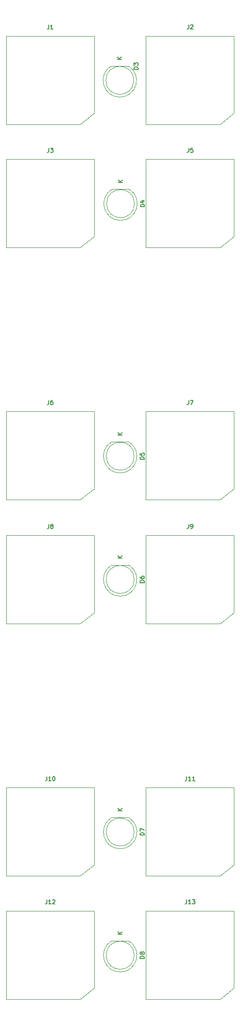
<source format=gbr>
%TF.GenerationSoftware,KiCad,Pcbnew,(5.1.9)-1*%
%TF.CreationDate,2021-09-13T19:49:27+01:00*%
%TF.ProjectId,KOSMO Mult,4b4f534d-4f20-44d7-956c-742e6b696361,rev?*%
%TF.SameCoordinates,Original*%
%TF.FileFunction,Legend,Top*%
%TF.FilePolarity,Positive*%
%FSLAX46Y46*%
G04 Gerber Fmt 4.6, Leading zero omitted, Abs format (unit mm)*
G04 Created by KiCad (PCBNEW (5.1.9)-1) date 2021-09-13 19:49:27*
%MOMM*%
%LPD*%
G01*
G04 APERTURE LIST*
%ADD10C,0.120000*%
%ADD11C,0.150000*%
G04 APERTURE END LIST*
D10*
%TO.C,D3*%
X40640462Y-28771000D02*
G75*
G02*
X39095170Y-23221000I-462J2990000D01*
G01*
X40639538Y-28771000D02*
G75*
G03*
X42184830Y-23221000I462J2990000D01*
G01*
X42185000Y-23221000D02*
X39095000Y-23221000D01*
X43140000Y-25781000D02*
G75*
G03*
X43140000Y-25781000I-2500000J0D01*
G01*
%TO.C,D4*%
X43267000Y-47752000D02*
G75*
G03*
X43267000Y-47752000I-2500000J0D01*
G01*
X42312000Y-45192000D02*
X39222000Y-45192000D01*
X40766538Y-50742000D02*
G75*
G03*
X42311830Y-45192000I462J2990000D01*
G01*
X40767462Y-50742000D02*
G75*
G02*
X39222170Y-45192000I-462J2990000D01*
G01*
%TO.C,D5*%
X43203500Y-92773500D02*
G75*
G03*
X43203500Y-92773500I-2500000J0D01*
G01*
X42248500Y-90213500D02*
X39158500Y-90213500D01*
X40703038Y-95763500D02*
G75*
G03*
X42248330Y-90213500I462J2990000D01*
G01*
X40703962Y-95763500D02*
G75*
G02*
X39158670Y-90213500I-462J2990000D01*
G01*
%TO.C,D6*%
X43203500Y-114744500D02*
G75*
G03*
X43203500Y-114744500I-2500000J0D01*
G01*
X42248500Y-112184500D02*
X39158500Y-112184500D01*
X40703038Y-117734500D02*
G75*
G03*
X42248330Y-112184500I462J2990000D01*
G01*
X40703962Y-117734500D02*
G75*
G02*
X39158670Y-112184500I-462J2990000D01*
G01*
%TO.C,D7*%
X40703962Y-162756000D02*
G75*
G02*
X39158670Y-157206000I-462J2990000D01*
G01*
X40703038Y-162756000D02*
G75*
G03*
X42248330Y-157206000I462J2990000D01*
G01*
X42248500Y-157206000D02*
X39158500Y-157206000D01*
X43203500Y-159766000D02*
G75*
G03*
X43203500Y-159766000I-2500000J0D01*
G01*
%TO.C,D8*%
X40703962Y-184727000D02*
G75*
G02*
X39158670Y-179177000I-462J2990000D01*
G01*
X40703038Y-184727000D02*
G75*
G03*
X42248330Y-179177000I462J2990000D01*
G01*
X42248500Y-179177000D02*
X39158500Y-179177000D01*
X43203500Y-181737000D02*
G75*
G03*
X43203500Y-181737000I-2500000J0D01*
G01*
%TO.C,J1*%
X36044000Y-31631000D02*
X33544000Y-33631000D01*
X20294000Y-33631000D02*
X20294000Y-17881000D01*
X20294000Y-17881000D02*
X36044000Y-17881000D01*
X36044000Y-31581000D02*
X36044000Y-31631000D01*
X36044000Y-17881000D02*
X36044000Y-31581000D01*
X33544000Y-33631000D02*
X20294000Y-33631000D01*
%TO.C,J2*%
X58563000Y-33631000D02*
X45313000Y-33631000D01*
X61063000Y-17881000D02*
X61063000Y-31581000D01*
X61063000Y-31581000D02*
X61063000Y-31631000D01*
X45313000Y-17881000D02*
X61063000Y-17881000D01*
X45313000Y-33631000D02*
X45313000Y-17881000D01*
X61063000Y-31631000D02*
X58563000Y-33631000D01*
%TO.C,J3*%
X36044000Y-53602000D02*
X33544000Y-55602000D01*
X20294000Y-55602000D02*
X20294000Y-39852000D01*
X20294000Y-39852000D02*
X36044000Y-39852000D01*
X36044000Y-53552000D02*
X36044000Y-53602000D01*
X36044000Y-39852000D02*
X36044000Y-53552000D01*
X33544000Y-55602000D02*
X20294000Y-55602000D01*
%TO.C,J5*%
X58563000Y-55602000D02*
X45313000Y-55602000D01*
X61063000Y-39852000D02*
X61063000Y-53552000D01*
X61063000Y-53552000D02*
X61063000Y-53602000D01*
X45313000Y-39852000D02*
X61063000Y-39852000D01*
X45313000Y-55602000D02*
X45313000Y-39852000D01*
X61063000Y-53602000D02*
X58563000Y-55602000D01*
%TO.C,J6*%
X33544000Y-100560000D02*
X20294000Y-100560000D01*
X36044000Y-84810000D02*
X36044000Y-98510000D01*
X36044000Y-98510000D02*
X36044000Y-98560000D01*
X20294000Y-84810000D02*
X36044000Y-84810000D01*
X20294000Y-100560000D02*
X20294000Y-84810000D01*
X36044000Y-98560000D02*
X33544000Y-100560000D01*
%TO.C,J7*%
X61063000Y-98560000D02*
X58563000Y-100560000D01*
X45313000Y-100560000D02*
X45313000Y-84810000D01*
X45313000Y-84810000D02*
X61063000Y-84810000D01*
X61063000Y-98510000D02*
X61063000Y-98560000D01*
X61063000Y-84810000D02*
X61063000Y-98510000D01*
X58563000Y-100560000D02*
X45313000Y-100560000D01*
%TO.C,J8*%
X33544000Y-122658000D02*
X20294000Y-122658000D01*
X36044000Y-106908000D02*
X36044000Y-120608000D01*
X36044000Y-120608000D02*
X36044000Y-120658000D01*
X20294000Y-106908000D02*
X36044000Y-106908000D01*
X20294000Y-122658000D02*
X20294000Y-106908000D01*
X36044000Y-120658000D02*
X33544000Y-122658000D01*
%TO.C,J9*%
X61063000Y-120658000D02*
X58563000Y-122658000D01*
X45313000Y-122658000D02*
X45313000Y-106908000D01*
X45313000Y-106908000D02*
X61063000Y-106908000D01*
X61063000Y-120608000D02*
X61063000Y-120658000D01*
X61063000Y-106908000D02*
X61063000Y-120608000D01*
X58563000Y-122658000D02*
X45313000Y-122658000D01*
%TO.C,J10*%
X36044000Y-165616000D02*
X33544000Y-167616000D01*
X20294000Y-167616000D02*
X20294000Y-151866000D01*
X20294000Y-151866000D02*
X36044000Y-151866000D01*
X36044000Y-165566000D02*
X36044000Y-165616000D01*
X36044000Y-151866000D02*
X36044000Y-165566000D01*
X33544000Y-167616000D02*
X20294000Y-167616000D01*
%TO.C,J11*%
X58563000Y-167616000D02*
X45313000Y-167616000D01*
X61063000Y-151866000D02*
X61063000Y-165566000D01*
X61063000Y-165566000D02*
X61063000Y-165616000D01*
X45313000Y-151866000D02*
X61063000Y-151866000D01*
X45313000Y-167616000D02*
X45313000Y-151866000D01*
X61063000Y-165616000D02*
X58563000Y-167616000D01*
%TO.C,J12*%
X36044000Y-187587000D02*
X33544000Y-189587000D01*
X20294000Y-189587000D02*
X20294000Y-173837000D01*
X20294000Y-173837000D02*
X36044000Y-173837000D01*
X36044000Y-187537000D02*
X36044000Y-187587000D01*
X36044000Y-173837000D02*
X36044000Y-187537000D01*
X33544000Y-189587000D02*
X20294000Y-189587000D01*
%TO.C,J13*%
X58563000Y-189587000D02*
X45313000Y-189587000D01*
X61063000Y-173837000D02*
X61063000Y-187537000D01*
X61063000Y-187537000D02*
X61063000Y-187587000D01*
X45313000Y-173837000D02*
X61063000Y-173837000D01*
X45313000Y-189587000D02*
X45313000Y-173837000D01*
X61063000Y-187587000D02*
X58563000Y-189587000D01*
%TO.C,D3*%
D11*
X43900285Y-23794571D02*
X43150285Y-23794571D01*
X43150285Y-23616000D01*
X43186000Y-23508857D01*
X43257428Y-23437428D01*
X43328857Y-23401714D01*
X43471714Y-23366000D01*
X43578857Y-23366000D01*
X43721714Y-23401714D01*
X43793142Y-23437428D01*
X43864571Y-23508857D01*
X43900285Y-23616000D01*
X43900285Y-23794571D01*
X43150285Y-23116000D02*
X43150285Y-22651714D01*
X43436000Y-22901714D01*
X43436000Y-22794571D01*
X43471714Y-22723142D01*
X43507428Y-22687428D01*
X43578857Y-22651714D01*
X43757428Y-22651714D01*
X43828857Y-22687428D01*
X43864571Y-22723142D01*
X43900285Y-22794571D01*
X43900285Y-23008857D01*
X43864571Y-23080285D01*
X43828857Y-23116000D01*
X40979285Y-22007428D02*
X40229285Y-22007428D01*
X40979285Y-21578857D02*
X40550714Y-21900285D01*
X40229285Y-21578857D02*
X40657857Y-22007428D01*
%TO.C,D4*%
X45066285Y-48305571D02*
X44316285Y-48305571D01*
X44316285Y-48127000D01*
X44352000Y-48019857D01*
X44423428Y-47948428D01*
X44494857Y-47912714D01*
X44637714Y-47877000D01*
X44744857Y-47877000D01*
X44887714Y-47912714D01*
X44959142Y-47948428D01*
X45030571Y-48019857D01*
X45066285Y-48127000D01*
X45066285Y-48305571D01*
X44566285Y-47234142D02*
X45066285Y-47234142D01*
X44280571Y-47412714D02*
X44816285Y-47591285D01*
X44816285Y-47127000D01*
X41106285Y-43978428D02*
X40356285Y-43978428D01*
X41106285Y-43549857D02*
X40677714Y-43871285D01*
X40356285Y-43549857D02*
X40784857Y-43978428D01*
%TO.C,D5*%
X45002785Y-93327071D02*
X44252785Y-93327071D01*
X44252785Y-93148500D01*
X44288500Y-93041357D01*
X44359928Y-92969928D01*
X44431357Y-92934214D01*
X44574214Y-92898500D01*
X44681357Y-92898500D01*
X44824214Y-92934214D01*
X44895642Y-92969928D01*
X44967071Y-93041357D01*
X45002785Y-93148500D01*
X45002785Y-93327071D01*
X44252785Y-92219928D02*
X44252785Y-92577071D01*
X44609928Y-92612785D01*
X44574214Y-92577071D01*
X44538500Y-92505642D01*
X44538500Y-92327071D01*
X44574214Y-92255642D01*
X44609928Y-92219928D01*
X44681357Y-92184214D01*
X44859928Y-92184214D01*
X44931357Y-92219928D01*
X44967071Y-92255642D01*
X45002785Y-92327071D01*
X45002785Y-92505642D01*
X44967071Y-92577071D01*
X44931357Y-92612785D01*
X41042785Y-88999928D02*
X40292785Y-88999928D01*
X41042785Y-88571357D02*
X40614214Y-88892785D01*
X40292785Y-88571357D02*
X40721357Y-88999928D01*
%TO.C,D6*%
X45002785Y-115298071D02*
X44252785Y-115298071D01*
X44252785Y-115119500D01*
X44288500Y-115012357D01*
X44359928Y-114940928D01*
X44431357Y-114905214D01*
X44574214Y-114869500D01*
X44681357Y-114869500D01*
X44824214Y-114905214D01*
X44895642Y-114940928D01*
X44967071Y-115012357D01*
X45002785Y-115119500D01*
X45002785Y-115298071D01*
X44252785Y-114226642D02*
X44252785Y-114369500D01*
X44288500Y-114440928D01*
X44324214Y-114476642D01*
X44431357Y-114548071D01*
X44574214Y-114583785D01*
X44859928Y-114583785D01*
X44931357Y-114548071D01*
X44967071Y-114512357D01*
X45002785Y-114440928D01*
X45002785Y-114298071D01*
X44967071Y-114226642D01*
X44931357Y-114190928D01*
X44859928Y-114155214D01*
X44681357Y-114155214D01*
X44609928Y-114190928D01*
X44574214Y-114226642D01*
X44538500Y-114298071D01*
X44538500Y-114440928D01*
X44574214Y-114512357D01*
X44609928Y-114548071D01*
X44681357Y-114583785D01*
X41042785Y-110970928D02*
X40292785Y-110970928D01*
X41042785Y-110542357D02*
X40614214Y-110863785D01*
X40292785Y-110542357D02*
X40721357Y-110970928D01*
%TO.C,D7*%
X45002785Y-160319571D02*
X44252785Y-160319571D01*
X44252785Y-160141000D01*
X44288500Y-160033857D01*
X44359928Y-159962428D01*
X44431357Y-159926714D01*
X44574214Y-159891000D01*
X44681357Y-159891000D01*
X44824214Y-159926714D01*
X44895642Y-159962428D01*
X44967071Y-160033857D01*
X45002785Y-160141000D01*
X45002785Y-160319571D01*
X44252785Y-159641000D02*
X44252785Y-159141000D01*
X45002785Y-159462428D01*
X41042785Y-155992428D02*
X40292785Y-155992428D01*
X41042785Y-155563857D02*
X40614214Y-155885285D01*
X40292785Y-155563857D02*
X40721357Y-155992428D01*
%TO.C,D8*%
X45002785Y-182290571D02*
X44252785Y-182290571D01*
X44252785Y-182112000D01*
X44288500Y-182004857D01*
X44359928Y-181933428D01*
X44431357Y-181897714D01*
X44574214Y-181862000D01*
X44681357Y-181862000D01*
X44824214Y-181897714D01*
X44895642Y-181933428D01*
X44967071Y-182004857D01*
X45002785Y-182112000D01*
X45002785Y-182290571D01*
X44574214Y-181433428D02*
X44538500Y-181504857D01*
X44502785Y-181540571D01*
X44431357Y-181576285D01*
X44395642Y-181576285D01*
X44324214Y-181540571D01*
X44288500Y-181504857D01*
X44252785Y-181433428D01*
X44252785Y-181290571D01*
X44288500Y-181219142D01*
X44324214Y-181183428D01*
X44395642Y-181147714D01*
X44431357Y-181147714D01*
X44502785Y-181183428D01*
X44538500Y-181219142D01*
X44574214Y-181290571D01*
X44574214Y-181433428D01*
X44609928Y-181504857D01*
X44645642Y-181540571D01*
X44717071Y-181576285D01*
X44859928Y-181576285D01*
X44931357Y-181540571D01*
X44967071Y-181504857D01*
X45002785Y-181433428D01*
X45002785Y-181290571D01*
X44967071Y-181219142D01*
X44931357Y-181183428D01*
X44859928Y-181147714D01*
X44717071Y-181147714D01*
X44645642Y-181183428D01*
X44609928Y-181219142D01*
X44574214Y-181290571D01*
X41042785Y-177963428D02*
X40292785Y-177963428D01*
X41042785Y-177534857D02*
X40614214Y-177856285D01*
X40292785Y-177534857D02*
X40721357Y-177963428D01*
%TO.C,J1*%
X27944000Y-15870285D02*
X27944000Y-16406000D01*
X27908285Y-16513142D01*
X27836857Y-16584571D01*
X27729714Y-16620285D01*
X27658285Y-16620285D01*
X28694000Y-16620285D02*
X28265428Y-16620285D01*
X28479714Y-16620285D02*
X28479714Y-15870285D01*
X28408285Y-15977428D01*
X28336857Y-16048857D01*
X28265428Y-16084571D01*
%TO.C,J2*%
X52963000Y-15870285D02*
X52963000Y-16406000D01*
X52927285Y-16513142D01*
X52855857Y-16584571D01*
X52748714Y-16620285D01*
X52677285Y-16620285D01*
X53284428Y-15941714D02*
X53320142Y-15906000D01*
X53391571Y-15870285D01*
X53570142Y-15870285D01*
X53641571Y-15906000D01*
X53677285Y-15941714D01*
X53713000Y-16013142D01*
X53713000Y-16084571D01*
X53677285Y-16191714D01*
X53248714Y-16620285D01*
X53713000Y-16620285D01*
%TO.C,J3*%
X27944000Y-37841285D02*
X27944000Y-38377000D01*
X27908285Y-38484142D01*
X27836857Y-38555571D01*
X27729714Y-38591285D01*
X27658285Y-38591285D01*
X28229714Y-37841285D02*
X28694000Y-37841285D01*
X28444000Y-38127000D01*
X28551142Y-38127000D01*
X28622571Y-38162714D01*
X28658285Y-38198428D01*
X28694000Y-38269857D01*
X28694000Y-38448428D01*
X28658285Y-38519857D01*
X28622571Y-38555571D01*
X28551142Y-38591285D01*
X28336857Y-38591285D01*
X28265428Y-38555571D01*
X28229714Y-38519857D01*
%TO.C,J5*%
X52963000Y-37841285D02*
X52963000Y-38377000D01*
X52927285Y-38484142D01*
X52855857Y-38555571D01*
X52748714Y-38591285D01*
X52677285Y-38591285D01*
X53677285Y-37841285D02*
X53320142Y-37841285D01*
X53284428Y-38198428D01*
X53320142Y-38162714D01*
X53391571Y-38127000D01*
X53570142Y-38127000D01*
X53641571Y-38162714D01*
X53677285Y-38198428D01*
X53713000Y-38269857D01*
X53713000Y-38448428D01*
X53677285Y-38519857D01*
X53641571Y-38555571D01*
X53570142Y-38591285D01*
X53391571Y-38591285D01*
X53320142Y-38555571D01*
X53284428Y-38519857D01*
%TO.C,J6*%
X27944000Y-82799285D02*
X27944000Y-83335000D01*
X27908285Y-83442142D01*
X27836857Y-83513571D01*
X27729714Y-83549285D01*
X27658285Y-83549285D01*
X28622571Y-82799285D02*
X28479714Y-82799285D01*
X28408285Y-82835000D01*
X28372571Y-82870714D01*
X28301142Y-82977857D01*
X28265428Y-83120714D01*
X28265428Y-83406428D01*
X28301142Y-83477857D01*
X28336857Y-83513571D01*
X28408285Y-83549285D01*
X28551142Y-83549285D01*
X28622571Y-83513571D01*
X28658285Y-83477857D01*
X28694000Y-83406428D01*
X28694000Y-83227857D01*
X28658285Y-83156428D01*
X28622571Y-83120714D01*
X28551142Y-83085000D01*
X28408285Y-83085000D01*
X28336857Y-83120714D01*
X28301142Y-83156428D01*
X28265428Y-83227857D01*
%TO.C,J7*%
X52963000Y-82799285D02*
X52963000Y-83335000D01*
X52927285Y-83442142D01*
X52855857Y-83513571D01*
X52748714Y-83549285D01*
X52677285Y-83549285D01*
X53248714Y-82799285D02*
X53748714Y-82799285D01*
X53427285Y-83549285D01*
%TO.C,J8*%
X27944000Y-104897285D02*
X27944000Y-105433000D01*
X27908285Y-105540142D01*
X27836857Y-105611571D01*
X27729714Y-105647285D01*
X27658285Y-105647285D01*
X28408285Y-105218714D02*
X28336857Y-105183000D01*
X28301142Y-105147285D01*
X28265428Y-105075857D01*
X28265428Y-105040142D01*
X28301142Y-104968714D01*
X28336857Y-104933000D01*
X28408285Y-104897285D01*
X28551142Y-104897285D01*
X28622571Y-104933000D01*
X28658285Y-104968714D01*
X28694000Y-105040142D01*
X28694000Y-105075857D01*
X28658285Y-105147285D01*
X28622571Y-105183000D01*
X28551142Y-105218714D01*
X28408285Y-105218714D01*
X28336857Y-105254428D01*
X28301142Y-105290142D01*
X28265428Y-105361571D01*
X28265428Y-105504428D01*
X28301142Y-105575857D01*
X28336857Y-105611571D01*
X28408285Y-105647285D01*
X28551142Y-105647285D01*
X28622571Y-105611571D01*
X28658285Y-105575857D01*
X28694000Y-105504428D01*
X28694000Y-105361571D01*
X28658285Y-105290142D01*
X28622571Y-105254428D01*
X28551142Y-105218714D01*
%TO.C,J9*%
X52963000Y-104897285D02*
X52963000Y-105433000D01*
X52927285Y-105540142D01*
X52855857Y-105611571D01*
X52748714Y-105647285D01*
X52677285Y-105647285D01*
X53355857Y-105647285D02*
X53498714Y-105647285D01*
X53570142Y-105611571D01*
X53605857Y-105575857D01*
X53677285Y-105468714D01*
X53713000Y-105325857D01*
X53713000Y-105040142D01*
X53677285Y-104968714D01*
X53641571Y-104933000D01*
X53570142Y-104897285D01*
X53427285Y-104897285D01*
X53355857Y-104933000D01*
X53320142Y-104968714D01*
X53284428Y-105040142D01*
X53284428Y-105218714D01*
X53320142Y-105290142D01*
X53355857Y-105325857D01*
X53427285Y-105361571D01*
X53570142Y-105361571D01*
X53641571Y-105325857D01*
X53677285Y-105290142D01*
X53713000Y-105218714D01*
%TO.C,J10*%
X27586857Y-149855285D02*
X27586857Y-150391000D01*
X27551142Y-150498142D01*
X27479714Y-150569571D01*
X27372571Y-150605285D01*
X27301142Y-150605285D01*
X28336857Y-150605285D02*
X27908285Y-150605285D01*
X28122571Y-150605285D02*
X28122571Y-149855285D01*
X28051142Y-149962428D01*
X27979714Y-150033857D01*
X27908285Y-150069571D01*
X28801142Y-149855285D02*
X28872571Y-149855285D01*
X28944000Y-149891000D01*
X28979714Y-149926714D01*
X29015428Y-149998142D01*
X29051142Y-150141000D01*
X29051142Y-150319571D01*
X29015428Y-150462428D01*
X28979714Y-150533857D01*
X28944000Y-150569571D01*
X28872571Y-150605285D01*
X28801142Y-150605285D01*
X28729714Y-150569571D01*
X28694000Y-150533857D01*
X28658285Y-150462428D01*
X28622571Y-150319571D01*
X28622571Y-150141000D01*
X28658285Y-149998142D01*
X28694000Y-149926714D01*
X28729714Y-149891000D01*
X28801142Y-149855285D01*
%TO.C,J11*%
X52605857Y-149855285D02*
X52605857Y-150391000D01*
X52570142Y-150498142D01*
X52498714Y-150569571D01*
X52391571Y-150605285D01*
X52320142Y-150605285D01*
X53355857Y-150605285D02*
X52927285Y-150605285D01*
X53141571Y-150605285D02*
X53141571Y-149855285D01*
X53070142Y-149962428D01*
X52998714Y-150033857D01*
X52927285Y-150069571D01*
X54070142Y-150605285D02*
X53641571Y-150605285D01*
X53855857Y-150605285D02*
X53855857Y-149855285D01*
X53784428Y-149962428D01*
X53713000Y-150033857D01*
X53641571Y-150069571D01*
%TO.C,J12*%
X27586857Y-171826285D02*
X27586857Y-172362000D01*
X27551142Y-172469142D01*
X27479714Y-172540571D01*
X27372571Y-172576285D01*
X27301142Y-172576285D01*
X28336857Y-172576285D02*
X27908285Y-172576285D01*
X28122571Y-172576285D02*
X28122571Y-171826285D01*
X28051142Y-171933428D01*
X27979714Y-172004857D01*
X27908285Y-172040571D01*
X28622571Y-171897714D02*
X28658285Y-171862000D01*
X28729714Y-171826285D01*
X28908285Y-171826285D01*
X28979714Y-171862000D01*
X29015428Y-171897714D01*
X29051142Y-171969142D01*
X29051142Y-172040571D01*
X29015428Y-172147714D01*
X28586857Y-172576285D01*
X29051142Y-172576285D01*
%TO.C,J13*%
X52605857Y-171826285D02*
X52605857Y-172362000D01*
X52570142Y-172469142D01*
X52498714Y-172540571D01*
X52391571Y-172576285D01*
X52320142Y-172576285D01*
X53355857Y-172576285D02*
X52927285Y-172576285D01*
X53141571Y-172576285D02*
X53141571Y-171826285D01*
X53070142Y-171933428D01*
X52998714Y-172004857D01*
X52927285Y-172040571D01*
X53605857Y-171826285D02*
X54070142Y-171826285D01*
X53820142Y-172112000D01*
X53927285Y-172112000D01*
X53998714Y-172147714D01*
X54034428Y-172183428D01*
X54070142Y-172254857D01*
X54070142Y-172433428D01*
X54034428Y-172504857D01*
X53998714Y-172540571D01*
X53927285Y-172576285D01*
X53713000Y-172576285D01*
X53641571Y-172540571D01*
X53605857Y-172504857D01*
%TD*%
M02*

</source>
